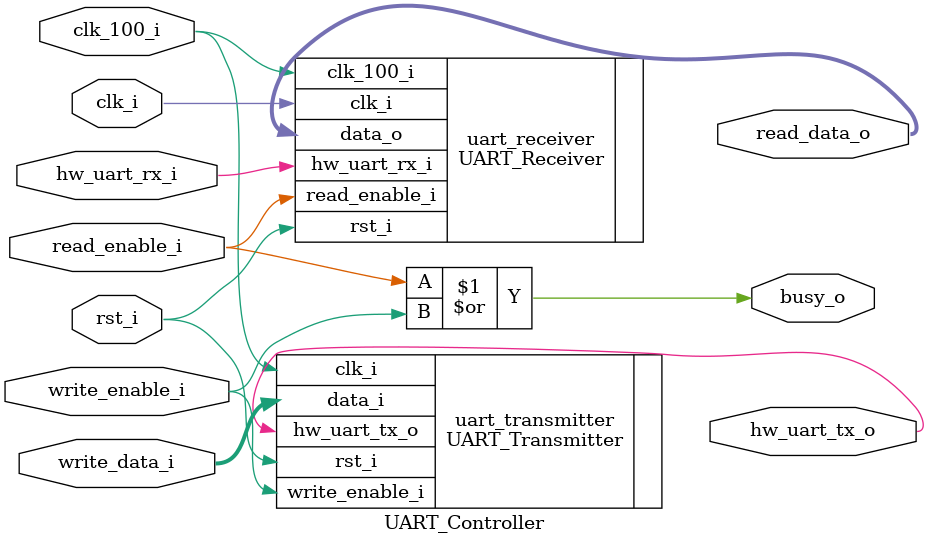
<source format=v>
`timescale 1ns / 1ps

module UART_Controller(
        input         clk_i,
        input         clk_100_i,
        input         rst_i,

        //input [31:0]  addr_i,
        input [31:0]  write_data_i,
        input         read_enable_i,
        input         write_enable_i,

        output [31:0] read_data_o,
        output        busy_o,

        input         hw_uart_rx_i,
        output        hw_uart_tx_o
    );

    assign busy_o = read_enable_i | write_enable_i;

    UART_Receiver uart_receiver (
        .clk_i         (clk_i),
        .clk_100_i     (clk_100_i),
        .rst_i         (rst_i),

        .read_enable_i (read_enable_i),
        .data_o        (read_data_o),

        .hw_uart_rx_i  (hw_uart_rx_i)
    );

    UART_Transmitter uart_transmitter (
        .clk_i          (clk_i),
        .clk_i          (clk_100_i),
        .rst_i          (rst_i),

        .write_enable_i (write_enable_i),
        .data_i         (write_data_i),

        .hw_uart_tx_o   (hw_uart_tx_o)
    );

endmodule

</source>
